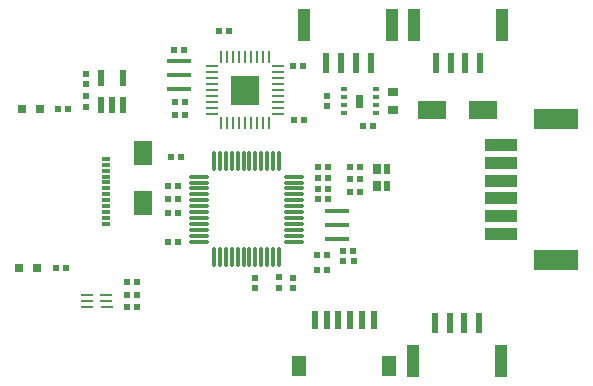
<source format=gtp>
G04*
G04 #@! TF.GenerationSoftware,Altium Limited,Altium Designer,21.6.1 (37)*
G04*
G04 Layer_Color=8421504*
%FSLAX44Y44*%
%MOMM*%
G71*
G04*
G04 #@! TF.SameCoordinates,DC89937C-EDCF-4B7D-9BD6-CFD29AA7FDD7*
G04*
G04*
G04 #@! TF.FilePolarity,Positive*
G04*
G01*
G75*
%ADD19R,2.0000X0.4000*%
%ADD20R,0.2600X1.0800*%
%ADD21R,1.0800X0.2600*%
%ADD22R,1.2000X1.8000*%
%ADD23R,0.6000X1.5500*%
%ADD24R,0.5600X0.6000*%
%ADD25R,0.6500X0.8500*%
%ADD26R,0.5500X0.8500*%
%ADD27R,0.5400X0.6000*%
%ADD28R,1.0000X2.7000*%
%ADD29R,0.6000X1.7000*%
%ADD30R,0.6000X0.5600*%
%ADD31R,0.6000X0.5400*%
%ADD32R,1.5000X2.1200*%
%ADD33R,3.8000X1.8000*%
%ADD34R,2.7000X1.0000*%
%ADD35R,2.3300X1.5600*%
%ADD36R,0.5588X1.3208*%
%ADD37R,0.8000X0.8000*%
%ADD38R,0.9000X0.7000*%
%ADD39R,0.5250X0.3000*%
%ADD40O,0.2845X1.8000*%
%ADD41O,1.8000X0.2845*%
%ADD42R,1.0000X0.2845*%
%ADD43R,0.7000X0.3200*%
G36*
X174230Y223700D02*
X198200D01*
Y199730D01*
X174230D01*
Y223700D01*
D02*
G37*
G36*
X280250Y197250D02*
Y208250D01*
X286750D01*
Y197250D01*
X280250D01*
D02*
G37*
D19*
X130750Y212500D02*
D03*
Y224500D02*
D03*
Y236500D02*
D03*
X264250Y110000D02*
D03*
Y98000D02*
D03*
Y86000D02*
D03*
D20*
X166500Y240150D02*
D03*
Y183850D02*
D03*
X171500Y240150D02*
D03*
X176500D02*
D03*
X181500D02*
D03*
X186500D02*
D03*
X191500D02*
D03*
X196500D02*
D03*
X201500D02*
D03*
X206500D02*
D03*
Y183850D02*
D03*
X201500D02*
D03*
X196500D02*
D03*
X191500D02*
D03*
X186500D02*
D03*
X181500D02*
D03*
X176500D02*
D03*
X171500D02*
D03*
D21*
X214650Y232000D02*
D03*
Y227000D02*
D03*
Y222000D02*
D03*
Y217000D02*
D03*
Y212000D02*
D03*
Y207000D02*
D03*
Y202000D02*
D03*
Y197000D02*
D03*
Y192000D02*
D03*
X158350D02*
D03*
Y197000D02*
D03*
Y202000D02*
D03*
Y207000D02*
D03*
Y212000D02*
D03*
Y217000D02*
D03*
Y222000D02*
D03*
Y227000D02*
D03*
Y232000D02*
D03*
D22*
X308500Y-21500D02*
D03*
X232500D02*
D03*
D23*
X285500Y17250D02*
D03*
X275500D02*
D03*
X265500D02*
D03*
X255500D02*
D03*
X245500D02*
D03*
X295500D02*
D03*
D24*
X275400Y125500D02*
D03*
X284100D02*
D03*
X275400Y136500D02*
D03*
X284100D02*
D03*
X275400Y146500D02*
D03*
X284100D02*
D03*
X36600Y195750D02*
D03*
X27900D02*
D03*
X35100Y61250D02*
D03*
X26400D02*
D03*
X86150Y49500D02*
D03*
X94850D02*
D03*
X86650Y38500D02*
D03*
X95350D02*
D03*
X86650Y28250D02*
D03*
X95350D02*
D03*
X129850Y108250D02*
D03*
X121150D02*
D03*
X269400Y75750D02*
D03*
X278100D02*
D03*
X121150Y131000D02*
D03*
X129850D02*
D03*
X120900Y120000D02*
D03*
X129600D02*
D03*
X269650Y67000D02*
D03*
X278350D02*
D03*
X257100Y137750D02*
D03*
X248400D02*
D03*
X257100Y147000D02*
D03*
X248400D02*
D03*
X257100Y120000D02*
D03*
X248400D02*
D03*
X247150Y72750D02*
D03*
X255850D02*
D03*
X135600Y202000D02*
D03*
X126900D02*
D03*
X164150Y262000D02*
D03*
X172850D02*
D03*
D25*
X298000Y145000D02*
D03*
Y130500D02*
D03*
D26*
X306500Y145000D02*
D03*
Y130500D02*
D03*
D27*
X132070Y155250D02*
D03*
X123430D02*
D03*
X295070Y181250D02*
D03*
X286430D02*
D03*
X129820Y83000D02*
D03*
X121180D02*
D03*
X247180Y59500D02*
D03*
X255820D02*
D03*
X248430Y128500D02*
D03*
X257070D02*
D03*
X226930Y232000D02*
D03*
X235570D02*
D03*
X135820Y190500D02*
D03*
X127180D02*
D03*
X135070Y246000D02*
D03*
X126430D02*
D03*
X227930Y186250D02*
D03*
X236570D02*
D03*
D28*
X236750Y267000D02*
D03*
X311250D02*
D03*
X403250Y-17250D02*
D03*
X328750D02*
D03*
X329500Y267250D02*
D03*
X404001D02*
D03*
D29*
X255250Y235000D02*
D03*
X267750D02*
D03*
X292750D02*
D03*
X280250D02*
D03*
X384750Y14750D02*
D03*
X372250D02*
D03*
X347250D02*
D03*
X359750D02*
D03*
X348000Y235250D02*
D03*
X360500D02*
D03*
X385500D02*
D03*
X373000D02*
D03*
D30*
X195000Y53100D02*
D03*
Y44400D02*
D03*
X227000D02*
D03*
Y53100D02*
D03*
D31*
X215500Y53320D02*
D03*
Y44680D02*
D03*
X52250Y225820D02*
D03*
Y217180D02*
D03*
X52250Y197930D02*
D03*
Y206570D02*
D03*
X255750Y198180D02*
D03*
Y206820D02*
D03*
D32*
X99750Y116600D02*
D03*
Y158900D02*
D03*
D33*
X450000Y187750D02*
D03*
Y67750D02*
D03*
D34*
X403000Y165250D02*
D03*
Y150250D02*
D03*
Y135250D02*
D03*
Y120250D02*
D03*
Y105250D02*
D03*
Y90250D02*
D03*
D35*
X387650Y195500D02*
D03*
X344850D02*
D03*
D36*
X64352Y222434D02*
D03*
X83148D02*
D03*
Y199066D02*
D03*
X73750D02*
D03*
X64352D02*
D03*
D37*
X12500Y196250D02*
D03*
X-2500D02*
D03*
X-5000Y61000D02*
D03*
X10000D02*
D03*
D38*
X311500Y210250D02*
D03*
Y195250D02*
D03*
D39*
X297125Y206000D02*
D03*
Y199500D02*
D03*
Y212500D02*
D03*
Y193000D02*
D03*
X269875Y212500D02*
D03*
Y206000D02*
D03*
Y199500D02*
D03*
Y193000D02*
D03*
D40*
X215250Y70750D02*
D03*
X210250D02*
D03*
X205250D02*
D03*
X200250D02*
D03*
X195250D02*
D03*
X190250D02*
D03*
X185250D02*
D03*
X180250D02*
D03*
X175250D02*
D03*
X170250D02*
D03*
X165250D02*
D03*
X160250D02*
D03*
Y151750D02*
D03*
X165250D02*
D03*
X170250D02*
D03*
X175250D02*
D03*
X180250D02*
D03*
X185250D02*
D03*
X190250D02*
D03*
X195250D02*
D03*
X200250D02*
D03*
X205250D02*
D03*
X210250D02*
D03*
X215250D02*
D03*
D41*
X147250Y83750D02*
D03*
Y88750D02*
D03*
Y93750D02*
D03*
Y98750D02*
D03*
Y103750D02*
D03*
Y108750D02*
D03*
Y113750D02*
D03*
Y118750D02*
D03*
Y123750D02*
D03*
Y128750D02*
D03*
Y133750D02*
D03*
Y138750D02*
D03*
X228250D02*
D03*
Y133750D02*
D03*
Y128750D02*
D03*
Y123750D02*
D03*
Y118750D02*
D03*
Y113750D02*
D03*
Y108750D02*
D03*
Y103750D02*
D03*
Y98750D02*
D03*
Y93750D02*
D03*
Y88750D02*
D03*
Y83750D02*
D03*
D42*
X69000Y38500D02*
D03*
Y33500D02*
D03*
X69838Y28476D02*
D03*
X52566D02*
D03*
X53000Y33500D02*
D03*
Y38500D02*
D03*
D43*
X68850Y98800D02*
D03*
Y103800D02*
D03*
Y108800D02*
D03*
Y113800D02*
D03*
Y118800D02*
D03*
Y123800D02*
D03*
Y128800D02*
D03*
Y133800D02*
D03*
Y138800D02*
D03*
Y143800D02*
D03*
Y148800D02*
D03*
Y153800D02*
D03*
M02*

</source>
